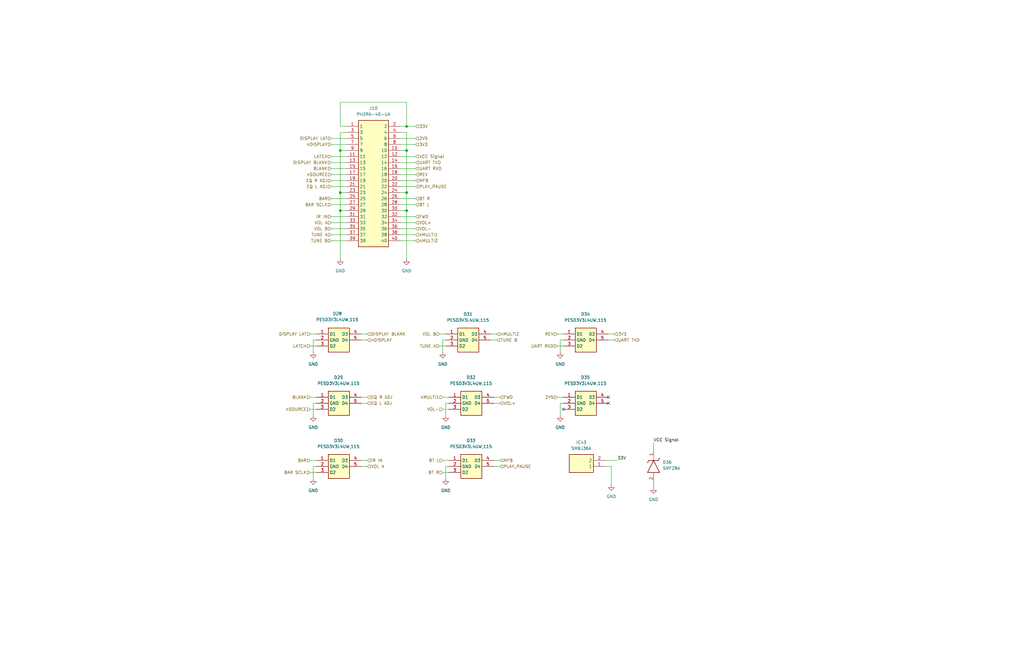
<source format=kicad_sch>
(kicad_sch (version 20231120) (generator "eeschema") (generator_version "8.0")
  (paper "B")
  (lib_symbols
    (symbol "1 Audio Amp:PESD3V3L4UW,115"
      (property "Reference" "D" (at 20.32 5.08 0))
      (property "Value" "PESD3V3L4UW,115" (at 20.32 2.54 0))
      (symbol "PESD3V3L4UW,115_1_1"
        (rectangle (start 11.43 0) (end 20.32 -10.16) (stroke (width 0.254)) (fill (type background)))
        (pin passive line (at 6.35 -2.54 0) (length 5.08) (name "D1") (number "1"))
        (pin passive line (at 6.35 -5.08 0) (length 5.08) (name "GND") (number "2"))
        (pin passive line (at 6.35 -7.62 0) (length 5.08) (name "D2") (number "3"))
        (pin passive line (at 25.4 -2.54 180) (length 5.08) (name "D3") (number "4"))
        (pin passive line (at 25.4 -5.08 180) (length 5.08) (name "D4") (number "5"))
      )
    )
    (symbol "1 Audio Amp:PH2RA-40-UA"
      (property "Reference" "J" (at 19.05 7.62 0))
      (property "Value" "PH2RA-40-UA" (at 19.05 5.08 0))
      (symbol "PH2RA-40-UA_1_1"
        (rectangle (start 5.08 2.54) (end 17.78 -50.8) (stroke (width 0.254)) (fill (type background)))
        (pin passive line (at 0 0 0) (length 5.08) (name "1") (number "1"))
        (pin passive line (at 22.86 -10.16 180) (length 5.08) (name "10") (number "10"))
        (pin passive line (at 0 -12.7 0) (length 5.08) (name "11") (number "11"))
        (pin passive line (at 22.86 -12.7 180) (length 5.08) (name "12") (number "12"))
        (pin passive line (at 0 -15.24 0) (length 5.08) (name "13") (number "13"))
        (pin passive line (at 22.86 -15.24 180) (length 5.08) (name "14") (number "14"))
        (pin passive line (at 0 -17.78 0) (length 5.08) (name "15") (number "15"))
        (pin passive line (at 22.86 -17.78 180) (length 5.08) (name "16") (number "16"))
        (pin passive line (at 0 -20.32 0) (length 5.08) (name "17") (number "17"))
        (pin passive line (at 22.86 -20.32 180) (length 5.08) (name "18") (number "18"))
        (pin passive line (at 0 -22.86 0) (length 5.08) (name "19") (number "19"))
        (pin passive line (at 22.86 0 180) (length 5.08) (name "2") (number "2"))
        (pin passive line (at 22.86 -22.86 180) (length 5.08) (name "20") (number "20"))
        (pin passive line (at 0 -25.4 0) (length 5.08) (name "21") (number "21"))
        (pin passive line (at 22.86 -25.4 180) (length 5.08) (name "22") (number "22"))
        (pin passive line (at 0 -27.94 0) (length 5.08) (name "23") (number "23"))
        (pin passive line (at 22.86 -27.94 180) (length 5.08) (name "24") (number "24"))
        (pin passive line (at 0 -30.48 0) (length 5.08) (name "25") (number "25"))
        (pin passive line (at 22.86 -30.48 180) (length 5.08) (name "26") (number "26"))
        (pin passive line (at 0 -33.02 0) (length 5.08) (name "27") (number "27"))
        (pin passive line (at 22.86 -33.02 180) (length 5.08) (name "28") (number "28"))
        (pin passive line (at 0 -35.56 0) (length 5.08) (name "29") (number "29"))
        (pin passive line (at 0 -2.54 0) (length 5.08) (name "3") (number "3"))
        (pin passive line (at 22.86 -35.56 180) (length 5.08) (name "30") (number "30"))
        (pin passive line (at 0 -38.1 0) (length 5.08) (name "31") (number "31"))
        (pin passive line (at 22.86 -38.1 180) (length 5.08) (name "32") (number "32"))
        (pin passive line (at 0 -40.64 0) (length 5.08) (name "33") (number "33"))
        (pin passive line (at 22.86 -40.64 180) (length 5.08) (name "34") (number "34"))
        (pin passive line (at 0 -43.18 0) (length 5.08) (name "35") (number "35"))
        (pin passive line (at 22.86 -43.18 180) (length 5.08) (name "36") (number "36"))
        (pin passive line (at 0 -45.72 0) (length 5.08) (name "37") (number "37"))
        (pin passive line (at 22.86 -45.72 180) (length 5.08) (name "38") (number "38"))
        (pin passive line (at 0 -48.26 0) (length 5.08) (name "39") (number "39"))
        (pin passive line (at 22.86 -2.54 180) (length 5.08) (name "4") (number "4"))
        (pin passive line (at 22.86 -48.26 180) (length 5.08) (name "40") (number "40"))
        (pin passive line (at 0 -5.08 0) (length 5.08) (name "5") (number "5"))
        (pin passive line (at 22.86 -5.08 180) (length 5.08) (name "6") (number "6"))
        (pin passive line (at 0 -7.62 0) (length 5.08) (name "7") (number "7"))
        (pin passive line (at 22.86 -7.62 180) (length 5.08) (name "8") (number "8"))
        (pin passive line (at 0 -10.16 0) (length 5.08) (name "9") (number "9"))
      )
    )
    (symbol "1 Audio Amp:SMF28A" (pin_names hide)
      (property "Reference" "D" (at 10.16 8.89 0))
      (property "Value" "SMF28A" (at 10.16 6.35 0))
      (symbol "SMF28A_1_1"
        (polyline (pts (xy 4.064 2.54) (xy 5.08 2.032)) (stroke (width 0.254)))
        (polyline (pts (xy 5.08 -2.032) (xy 5.08 2.032)) (stroke (width 0.254)))
        (polyline (pts (xy 5.08 -2.032) (xy 6.096 -2.54)) (stroke (width 0.254)))
        (polyline (pts (xy 5.08 0) (xy 10.16 2.54)) (stroke (width 0.254)))
        (polyline (pts (xy 10.16 -2.54) (xy 5.08 0)) (stroke (width 0.254)))
        (polyline (pts (xy 10.16 -2.54) (xy 10.16 2.54)) (stroke (width 0.254)))
        (pin bidirectional line (at 0 0 0) (length 5.08) (name "K") (number "1"))
        (pin bidirectional line (at 15.24 0 180) (length 5.08) (name "A") (number "2"))
      )
    )
    (symbol "Audio System:SMBJ36A"
      (property "Reference" "IC" (at 16.51 7.62 0))
      (property "Value" "SMBJ36A" (at 16.51 5.08 0))
      (symbol "SMBJ36A_1_1"
        (rectangle (start 5.08 2.54) (end 15.24 -5.08) (stroke (width 0.254)) (fill (type background)))
        (pin passive line (at 0 0 0) (length 5.08) (name "1") (number "1"))
        (pin passive line (at 0 -2.54 0) (length 5.08) (name "2") (number "2"))
      )
    )
    (symbol "power:GND" (power) (pin_names (offset 0))
      (property "Value" "GND" (at 0 -3.81 0))
      (symbol "GND_0_1"
        (polyline (pts (xy 0 0) (xy 0 -1.27) (xy 1.27 -1.27) (xy 0 -2.54) (xy -1.27 -1.27) (xy 0 -1.27)))
      )
      (symbol "GND_1_1"
        (pin power_in line (at 0 0 270) (length 0) hide (name "GND") (number "1"))
      )
    )
  )
  (junction (at 143.51 63.5))
  (junction (at 171.45 81.28))
  (junction (at 143.51 81.28))
  (junction (at 171.45 63.5))
  (junction (at 143.51 88.9))
  (junction (at 171.45 88.9))
  (junction (at 171.45 53.34))
  (no_connect (at 237.49 172.72))
  (no_connect (at 256.54 170.18))
  (no_connect (at 256.54 167.64))
  (wire (pts (xy 132.08 143.51) (xy 132.08 148.59)))
  (wire (pts (xy 168.91 91.44) (xy 175.26 91.44)))
  (wire (pts (xy 146.05 55.88) (xy 143.51 55.88)))
  (wire (pts (xy 146.05 88.9) (xy 143.51 88.9)))
  (wire (pts (xy 143.51 81.28) (xy 143.51 88.9)))
  (wire (pts (xy 185.42 146.05) (xy 187.96 146.05)))
  (wire (pts (xy 139.7 99.06) (xy 146.05 99.06)))
  (wire (pts (xy 130.81 146.05) (xy 133.35 146.05)))
  (wire (pts (xy 168.91 60.96) (xy 175.26 60.96)))
  (wire (pts (xy 143.51 55.88) (xy 143.51 63.5)))
  (wire (pts (xy 168.91 71.12) (xy 175.26 71.12)))
  (wire (pts (xy 139.7 91.44) (xy 146.05 91.44)))
  (wire (pts (xy 132.08 196.85) (xy 132.08 201.93)))
  (wire (pts (xy 139.7 58.42) (xy 146.05 58.42)))
  (wire (pts (xy 168.91 78.74) (xy 175.26 78.74)))
  (wire (pts (xy 256.54 143.51) (xy 259.08 143.51)))
  (wire (pts (xy 168.91 81.28) (xy 171.45 81.28)))
  (wire (pts (xy 237.49 143.51) (xy 236.22 143.51)))
  (wire (pts (xy 130.81 172.72) (xy 133.35 172.72)))
  (wire (pts (xy 171.45 53.34) (xy 175.26 53.34)))
  (wire (pts (xy 275.59 186.69) (xy 275.59 189.23)))
  (wire (pts (xy 139.7 83.82) (xy 146.05 83.82)))
  (wire (pts (xy 255.27 196.85) (xy 257.81 196.85)))
  (wire (pts (xy 152.4 194.31) (xy 154.94 194.31)))
  (wire (pts (xy 168.91 93.98) (xy 175.26 93.98)))
  (wire (pts (xy 186.69 143.51) (xy 186.69 148.59)))
  (wire (pts (xy 234.95 167.64) (xy 237.49 167.64)))
  (wire (pts (xy 237.49 170.18) (xy 236.22 170.18)))
  (wire (pts (xy 186.69 199.39) (xy 189.23 199.39)))
  (wire (pts (xy 189.23 196.85) (xy 187.96 196.85)))
  (wire (pts (xy 130.81 140.97) (xy 133.35 140.97)))
  (wire (pts (xy 168.91 96.52) (xy 175.26 96.52)))
  (wire (pts (xy 168.91 55.88) (xy 171.45 55.88)))
  (wire (pts (xy 139.7 60.96) (xy 146.05 60.96)))
  (wire (pts (xy 139.7 71.12) (xy 146.05 71.12)))
  (wire (pts (xy 168.91 58.42) (xy 175.26 58.42)))
  (wire (pts (xy 143.51 88.9) (xy 143.51 109.22)))
  (wire (pts (xy 130.81 199.39) (xy 133.35 199.39)))
  (wire (pts (xy 168.91 73.66) (xy 175.26 73.66)))
  (wire (pts (xy 255.27 194.31) (xy 260.35 194.31)))
  (wire (pts (xy 171.45 55.88) (xy 171.45 63.5)))
  (wire (pts (xy 234.95 146.05) (xy 237.49 146.05)))
  (wire (pts (xy 143.51 53.34) (xy 146.05 53.34)))
  (wire (pts (xy 171.45 43.18) (xy 171.45 53.34)))
  (wire (pts (xy 130.81 167.64) (xy 133.35 167.64)))
  (wire (pts (xy 168.91 76.2) (xy 175.26 76.2)))
  (wire (pts (xy 168.91 88.9) (xy 171.45 88.9)))
  (wire (pts (xy 139.7 86.36) (xy 146.05 86.36)))
  (wire (pts (xy 168.91 63.5) (xy 171.45 63.5)))
  (wire (pts (xy 143.51 53.34) (xy 143.51 43.18)))
  (wire (pts (xy 208.28 170.18) (xy 210.82 170.18)))
  (wire (pts (xy 208.28 196.85) (xy 210.82 196.85)))
  (wire (pts (xy 133.35 170.18) (xy 132.08 170.18)))
  (wire (pts (xy 130.81 194.31) (xy 133.35 194.31)))
  (wire (pts (xy 207.01 143.51) (xy 209.55 143.51)))
  (wire (pts (xy 132.08 170.18) (xy 132.08 175.26)))
  (wire (pts (xy 208.28 194.31) (xy 210.82 194.31)))
  (wire (pts (xy 152.4 170.18) (xy 154.94 170.18)))
  (wire (pts (xy 208.28 167.64) (xy 210.82 167.64)))
  (wire (pts (xy 168.91 99.06) (xy 175.26 99.06)))
  (wire (pts (xy 168.91 83.82) (xy 175.26 83.82)))
  (wire (pts (xy 146.05 81.28) (xy 143.51 81.28)))
  (wire (pts (xy 139.7 78.74) (xy 146.05 78.74)))
  (wire (pts (xy 187.96 170.18) (xy 187.96 175.26)))
  (wire (pts (xy 139.7 96.52) (xy 146.05 96.52)))
  (wire (pts (xy 168.91 101.6) (xy 175.26 101.6)))
  (wire (pts (xy 146.05 63.5) (xy 143.51 63.5)))
  (wire (pts (xy 143.51 43.18) (xy 171.45 43.18)))
  (wire (pts (xy 171.45 88.9) (xy 171.45 109.22)))
  (wire (pts (xy 152.4 196.85) (xy 154.94 196.85)))
  (wire (pts (xy 189.23 170.18) (xy 187.96 170.18)))
  (wire (pts (xy 236.22 143.51) (xy 236.22 148.59)))
  (wire (pts (xy 186.69 167.64) (xy 189.23 167.64)))
  (wire (pts (xy 168.91 86.36) (xy 175.26 86.36)))
  (wire (pts (xy 171.45 81.28) (xy 171.45 88.9)))
  (wire (pts (xy 207.01 140.97) (xy 209.55 140.97)))
  (wire (pts (xy 152.4 140.97) (xy 154.94 140.97)))
  (wire (pts (xy 185.42 140.97) (xy 187.96 140.97)))
  (wire (pts (xy 187.96 196.85) (xy 187.96 201.93)))
  (wire (pts (xy 168.91 53.34) (xy 171.45 53.34)))
  (wire (pts (xy 139.7 68.58) (xy 146.05 68.58)))
  (wire (pts (xy 186.69 172.72) (xy 189.23 172.72)))
  (wire (pts (xy 186.69 194.31) (xy 189.23 194.31)))
  (wire (pts (xy 236.22 170.18) (xy 236.22 175.26)))
  (wire (pts (xy 139.7 76.2) (xy 146.05 76.2)))
  (wire (pts (xy 257.81 196.85) (xy 257.81 204.47)))
  (wire (pts (xy 139.7 73.66) (xy 146.05 73.66)))
  (wire (pts (xy 139.7 66.04) (xy 146.05 66.04)))
  (wire (pts (xy 187.96 143.51) (xy 186.69 143.51)))
  (wire (pts (xy 171.45 63.5) (xy 171.45 81.28)))
  (wire (pts (xy 133.35 143.51) (xy 132.08 143.51)))
  (wire (pts (xy 168.91 68.58) (xy 175.26 68.58)))
  (wire (pts (xy 168.91 66.04) (xy 175.26 66.04)))
  (wire (pts (xy 143.51 63.5) (xy 143.51 81.28)))
  (wire (pts (xy 152.4 167.64) (xy 154.94 167.64)))
  (wire (pts (xy 133.35 196.85) (xy 132.08 196.85)))
  (wire (pts (xy 139.7 101.6) (xy 146.05 101.6)))
  (wire (pts (xy 152.4 143.51) (xy 154.94 143.51)))
  (wire (pts (xy 234.95 140.97) (xy 237.49 140.97)))
  (wire (pts (xy 256.54 140.97) (xy 259.08 140.97)))
  (wire (pts (xy 275.59 204.47) (xy 275.59 205.74)))
  (wire (pts (xy 139.7 93.98) (xy 146.05 93.98)))
  (label "VCC Signal" (at 275.59 186.69 0))
  (label "33V" (at 260.35 194.31 0))
  (hierarchical_label "UART TXD" (shape input) (at 259.08 143.51 0))
  (hierarchical_label "FWD" (shape input) (at 210.82 167.64 0))
  (hierarchical_label "MFB" (shape input) (at 210.82 194.31 0))
  (hierarchical_label "DISPLAY LAT" (shape input) (at 139.7 58.42 180))
  (hierarchical_label "nSOURCE" (shape input) (at 130.81 172.72 180))
  (hierarchical_label "PLAY_PAUSE" (shape input) (at 210.82 196.85 0))
  (hierarchical_label "BLANK" (shape input) (at 130.81 167.64 180))
  (hierarchical_label "VOL+" (shape input) (at 175.26 93.98 0))
  (hierarchical_label "BAR" (shape input) (at 139.7 83.82 180))
  (hierarchical_label "IR IN" (shape input) (at 139.7 91.44 180))
  (hierarchical_label "VOL-" (shape input) (at 175.26 96.52 0))
  (hierarchical_label "EQ L ADJ" (shape input) (at 154.94 170.18 0))
  (hierarchical_label "DISPLAY BLANK" (shape input) (at 154.94 140.97 0))
  (hierarchical_label "nMULTI2" (shape input) (at 175.26 101.6 0))
  (hierarchical_label "DISPLAY LAT" (shape input) (at 130.81 140.97 180))
  (hierarchical_label "BT L" (shape input) (at 186.69 194.31 180))
  (hierarchical_label "2V5" (shape input) (at 175.26 58.42 0))
  (hierarchical_label "UART RXD" (shape input) (at 234.95 146.05 180))
  (hierarchical_label "BT L" (shape input) (at 175.26 86.36 0))
  (hierarchical_label "BLANK" (shape input) (at 139.7 71.12 180))
  (hierarchical_label "nMULTI1" (shape input) (at 175.26 99.06 0))
  (hierarchical_label "BAR SCLK" (shape input) (at 130.81 199.39 180))
  (hierarchical_label "VOL B" (shape input) (at 139.7 96.52 180))
  (hierarchical_label "nMULTI1" (shape input) (at 186.69 167.64 180))
  (hierarchical_label "UART TXD" (shape input) (at 175.26 68.58 0))
  (hierarchical_label "BT R" (shape input) (at 175.26 83.82 0))
  (hierarchical_label "nSOURCE" (shape input) (at 139.7 73.66 180))
  (hierarchical_label "EQ L ADJ" (shape input) (at 139.7 78.74 180))
  (hierarchical_label "BT R" (shape input) (at 186.69 199.39 180))
  (hierarchical_label "BAR SCLK" (shape input) (at 139.7 86.36 180))
  (hierarchical_label "VOL A" (shape input) (at 154.94 196.85 0))
  (hierarchical_label "VCC Signal" (shape input) (at 175.26 66.04 0))
  (hierarchical_label "nMULTI2" (shape input) (at 209.55 140.97 0))
  (hierarchical_label "TUNE A" (shape input) (at 139.7 99.06 180))
  (hierarchical_label "VOL A" (shape input) (at 139.7 93.98 180))
  (hierarchical_label "33V" (shape input) (at 175.26 53.34 0))
  (hierarchical_label "IR IN" (shape input) (at 154.94 194.31 0))
  (hierarchical_label "EQ R ADJ" (shape input) (at 154.94 167.64 0))
  (hierarchical_label "nDISPLAY" (shape input) (at 139.7 60.96 180))
  (hierarchical_label "MFB" (shape input) (at 175.26 76.2 0))
  (hierarchical_label "LATCH" (shape input) (at 130.81 146.05 180))
  (hierarchical_label "PLAY_PAUSE" (shape input) (at 175.26 78.74 0))
  (hierarchical_label "3V3" (shape input) (at 175.26 60.96 0))
  (hierarchical_label "nDISPLAY" (shape input) (at 154.94 143.51 0))
  (hierarchical_label "TUNE A" (shape input) (at 185.42 146.05 180))
  (hierarchical_label "FWD" (shape input) (at 175.26 91.44 0))
  (hierarchical_label "VOL-" (shape input) (at 186.69 172.72 180))
  (hierarchical_label "3V3" (shape input) (at 259.08 140.97 0))
  (hierarchical_label "BAR" (shape input) (at 130.81 194.31 180))
  (hierarchical_label "VOL+" (shape input) (at 210.82 170.18 0))
  (hierarchical_label "REV" (shape input) (at 175.26 73.66 0))
  (hierarchical_label "DISPLAY BLANK" (shape input) (at 139.7 68.58 180))
  (hierarchical_label "LATCH" (shape input) (at 139.7 66.04 180))
  (hierarchical_label "REV" (shape input) (at 234.95 140.97 180))
  (hierarchical_label "EQ R ADJ" (shape input) (at 139.7 76.2 180))
  (hierarchical_label "VOL B" (shape input) (at 185.42 140.97 180))
  (hierarchical_label "TUNE B" (shape input) (at 139.7 101.6 180))
  (hierarchical_label "UART RXD" (shape input) (at 175.26 71.12 0))
  (hierarchical_label "2V5" (shape input) (at 234.95 167.64 180))
  (hierarchical_label "TUNE B" (shape input) (at 209.55 143.51 0))
  (symbol (lib_id "power:GND") (at 236.22 175.26 0) (mirror y) (unit 1)
    (property "Reference" "#PWR0253" (effects (hide yes)))
    (property "Value" "GND" (at 236.22 180.34 0))
  )
  (symbol (lib_id "power:GND") (at 275.59 205.74 0) (mirror y) (unit 1)
    (property "Reference" "#PWR0255" (effects (hide yes)))
    (property "Value" "GND" (at 275.59 210.82 0))
  )
  (symbol (lib_id "power:GND") (at 186.69 148.59 0) (mirror y) (unit 1)
    (property "Reference" "#PWR0249" (effects (hide yes)))
    (property "Value" "GND" (at 186.69 153.67 0))
  )
  (symbol (lib_id "1 Audio Amp:PESD3V3L4UW,115") (at 127 165.1 0) (unit 1)
    (property "Reference" "D29" (at 142.748 159.258 0))
    (property "Value" "PESD3V3L4UW,115" (at 142.748 161.798 0))
    (property "Footprint" "PESD3V3L4UW115" (effects (hide yes)))
    (property "Datasheet" "https://assets.nexperia.com/documents/data-sheet/PESDXL4UF_G_W.pdf" (effects (hide yes)))
    (property "Description" "PESDxL4UF; PESDxL4UG; PESDxL4UW - Low capacitance unidirectional quadruple ESD protection diode arrays" (effects (hide yes)))
    (property "Height" "0.6" (effects (hide yes)))
    (property "Manufacturer_Name" "Nexperia" (effects (hide yes)))
    (property "Manufacturer_Part_Number" "PESD3V3L4UW,115" (effects (hide yes)))
    (property "Mouser Part Number" "771-PESD3V3L4UW115" (effects (hide yes)))
    (property "Mouser Price/Stock" "https://www.mouser.co.uk/ProductDetail/Nexperia/PESD3V3L4UW115?qs=LOCUfHb8d9sjRNCyRYeD0Q%3D%3D" (effects (hide yes)))
    (property "Arrow Part Number" "PESD3V3L4UW,115" (effects (hide yes)))
    (property "Arrow Price/Stock" "https://www.arrow.com/en/products/pesd3v3l4uw115/nexperia?region=europe" (effects (hide yes)))
  )
  (symbol (lib_id "power:GND") (at 257.81 204.47 0) (mirror y) (unit 1)
    (property "Reference" "#PWR0254" (effects (hide yes)))
    (property "Value" "GND" (at 257.81 209.55 0))
  )
  (symbol (lib_id "1 Audio Amp:PESD3V3L4UW,115") (at 182.88 191.77 0) (unit 1)
    (property "Reference" "D33" (at 198.628 185.928 0))
    (property "Value" "PESD3V3L4UW,115" (at 198.628 188.468 0))
    (property "Footprint" "PESD3V3L4UW115" (effects (hide yes)))
    (property "Datasheet" "https://assets.nexperia.com/documents/data-sheet/PESDXL4UF_G_W.pdf" (effects (hide yes)))
    (property "Description" "PESDxL4UF; PESDxL4UG; PESDxL4UW - Low capacitance unidirectional quadruple ESD protection diode arrays" (effects (hide yes)))
    (property "Height" "0.6" (effects (hide yes)))
    (property "Manufacturer_Name" "Nexperia" (effects (hide yes)))
    (property "Manufacturer_Part_Number" "PESD3V3L4UW,115" (effects (hide yes)))
    (property "Mouser Part Number" "771-PESD3V3L4UW115" (effects (hide yes)))
    (property "Mouser Price/Stock" "https://www.mouser.co.uk/ProductDetail/Nexperia/PESD3V3L4UW115?qs=LOCUfHb8d9sjRNCyRYeD0Q%3D%3D" (effects (hide yes)))
    (property "Arrow Part Number" "PESD3V3L4UW,115" (effects (hide yes)))
    (property "Arrow Price/Stock" "https://www.arrow.com/en/products/pesd3v3l4uw115/nexperia?region=europe" (effects (hide yes)))
  )
  (symbol (lib_id "1 Audio Amp:PESD3V3L4UW,115") (at 231.14 138.43 0) (unit 1)
    (property "Reference" "D34" (at 246.888 132.588 0))
    (property "Value" "PESD3V3L4UW,115" (at 246.888 135.128 0))
    (property "Footprint" "PESD3V3L4UW115" (effects (hide yes)))
    (property "Datasheet" "https://assets.nexperia.com/documents/data-sheet/PESDXL4UF_G_W.pdf" (effects (hide yes)))
    (property "Description" "PESDxL4UF; PESDxL4UG; PESDxL4UW - Low capacitance unidirectional quadruple ESD protection diode arrays" (effects (hide yes)))
    (property "Height" "0.6" (effects (hide yes)))
    (property "Manufacturer_Name" "Nexperia" (effects (hide yes)))
    (property "Manufacturer_Part_Number" "PESD3V3L4UW,115" (effects (hide yes)))
    (property "Mouser Part Number" "771-PESD3V3L4UW115" (effects (hide yes)))
    (property "Mouser Price/Stock" "https://www.mouser.co.uk/ProductDetail/Nexperia/PESD3V3L4UW115?qs=LOCUfHb8d9sjRNCyRYeD0Q%3D%3D" (effects (hide yes)))
    (property "Arrow Part Number" "PESD3V3L4UW,115" (effects (hide yes)))
    (property "Arrow Price/Stock" "https://www.arrow.com/en/products/pesd3v3l4uw115/nexperia?region=europe" (effects (hide yes)))
  )
  (symbol (lib_id "power:GND") (at 132.08 175.26 0) (mirror y) (unit 1)
    (property "Reference" "#PWR0245" (effects (hide yes)))
    (property "Value" "GND" (at 132.08 180.34 0))
  )
  (symbol (lib_id "power:GND") (at 171.45 109.22 0) (mirror y) (unit 1)
    (property "Reference" "#PWR0248" (effects (hide yes)))
    (property "Value" "GND" (at 171.45 114.3 0))
  )
  (symbol (lib_id "1 Audio Amp:PESD3V3L4UW,115") (at 181.61 138.43 0) (unit 1)
    (property "Reference" "D31" (at 197.358 132.588 0))
    (property "Value" "PESD3V3L4UW,115" (at 197.358 135.128 0))
    (property "Footprint" "PESD3V3L4UW115" (effects (hide yes)))
    (property "Datasheet" "https://assets.nexperia.com/documents/data-sheet/PESDXL4UF_G_W.pdf" (effects (hide yes)))
    (property "Description" "PESDxL4UF; PESDxL4UG; PESDxL4UW - Low capacitance unidirectional quadruple ESD protection diode arrays" (effects (hide yes)))
    (property "Height" "0.6" (effects (hide yes)))
    (property "Manufacturer_Name" "Nexperia" (effects (hide yes)))
    (property "Manufacturer_Part_Number" "PESD3V3L4UW,115" (effects (hide yes)))
    (property "Mouser Part Number" "771-PESD3V3L4UW115" (effects (hide yes)))
    (property "Mouser Price/Stock" "https://www.mouser.co.uk/ProductDetail/Nexperia/PESD3V3L4UW115?qs=LOCUfHb8d9sjRNCyRYeD0Q%3D%3D" (effects (hide yes)))
    (property "Arrow Part Number" "PESD3V3L4UW,115" (effects (hide yes)))
    (property "Arrow Price/Stock" "https://www.arrow.com/en/products/pesd3v3l4uw115/nexperia?region=europe" (effects (hide yes)))
  )
  (symbol (lib_id "1 Audio Amp:PESD3V3L4UW,115") (at 182.88 165.1 0) (unit 1)
    (property "Reference" "D32" (at 198.628 159.258 0))
    (property "Value" "PESD3V3L4UW,115" (at 198.628 161.798 0))
    (property "Footprint" "PESD3V3L4UW115" (effects (hide yes)))
    (property "Datasheet" "https://assets.nexperia.com/documents/data-sheet/PESDXL4UF_G_W.pdf" (effects (hide yes)))
    (property "Description" "PESDxL4UF; PESDxL4UG; PESDxL4UW - Low capacitance unidirectional quadruple ESD protection diode arrays" (effects (hide yes)))
    (property "Height" "0.6" (effects (hide yes)))
    (property "Manufacturer_Name" "Nexperia" (effects (hide yes)))
    (property "Manufacturer_Part_Number" "PESD3V3L4UW,115" (effects (hide yes)))
    (property "Mouser Part Number" "771-PESD3V3L4UW115" (effects (hide yes)))
    (property "Mouser Price/Stock" "https://www.mouser.co.uk/ProductDetail/Nexperia/PESD3V3L4UW115?qs=LOCUfHb8d9sjRNCyRYeD0Q%3D%3D" (effects (hide yes)))
    (property "Arrow Part Number" "PESD3V3L4UW,115" (effects (hide yes)))
    (property "Arrow Price/Stock" "https://www.arrow.com/en/products/pesd3v3l4uw115/nexperia?region=europe" (effects (hide yes)))
  )
  (symbol (lib_id "1 Audio Amp:PESD3V3L4UW,115") (at 127 191.77 0) (unit 1)
    (property "Reference" "D30" (at 142.748 185.928 0))
    (property "Value" "PESD3V3L4UW,115" (at 142.748 188.468 0))
    (property "Footprint" "PESD3V3L4UW115" (effects (hide yes)))
    (property "Datasheet" "https://assets.nexperia.com/documents/data-sheet/PESDXL4UF_G_W.pdf" (effects (hide yes)))
    (property "Description" "PESDxL4UF; PESDxL4UG; PESDxL4UW - Low capacitance unidirectional quadruple ESD protection diode arrays" (effects (hide yes)))
    (property "Height" "0.6" (effects (hide yes)))
    (property "Manufacturer_Name" "Nexperia" (effects (hide yes)))
    (property "Manufacturer_Part_Number" "PESD3V3L4UW,115" (effects (hide yes)))
    (property "Mouser Part Number" "771-PESD3V3L4UW115" (effects (hide yes)))
    (property "Mouser Price/Stock" "https://www.mouser.co.uk/ProductDetail/Nexperia/PESD3V3L4UW115?qs=LOCUfHb8d9sjRNCyRYeD0Q%3D%3D" (effects (hide yes)))
    (property "Arrow Part Number" "PESD3V3L4UW,115" (effects (hide yes)))
    (property "Arrow Price/Stock" "https://www.arrow.com/en/products/pesd3v3l4uw115/nexperia?region=europe" (effects (hide yes)))
  )
  (symbol (lib_id "Audio System:SMBJ36A") (at 255.27 196.85 180) (unit 1)
    (property "Reference" "IC43" (at 245.11 186.69 0))
    (property "Value" "SMBJ36A" (at 245.11 189.23 0))
    (property "Footprint" "SMBJ36A" (effects (hide yes)))
    (property "Datasheet" "https://datasheet.datasheetarchive.com/originals/distributors/Datasheets_SAMA/0500f9b2f473b6dccef01729b487fb9b.pdf" (effects (hide yes)))
    (property "Height" "2" (effects (hide yes)))
    (property "Manufacturer_Name" "onsemi" (effects (hide yes)))
    (property "Manufacturer_Part_Number" "SMBJ36A" (effects (hide yes)))
    (property "Mouser Part Number" "512-SMBJ36A" (effects (hide yes)))
    (property "Mouser Price/Stock" "https://www.mouser.co.uk/ProductDetail/onsemi-Fairchild/SMBJ36A?qs=HxNY1oXTrTRMgWSOCenZ%252BQ%3D%3D" (effects (hide yes)))
    (property "Arrow Part Number" "SMBJ36A" (effects (hide yes)))
    (property "Arrow Price/Stock" "https://www.arrow.com/en/products/smbj36a/on-semiconductor" (effects (hide yes)))
  )
  (symbol (lib_id "1 Audio Amp:SMF28A") (at 275.59 189.23 270) (unit 1)
    (property "Reference" "D36" (at 279.4 195.0719 90) (effects (justify left)))
    (property "Value" "SMF28A" (at 279.4 197.6119 90) (effects (justify left)))
    (property "Footprint" "SODFL3618X110N" (effects (hide yes)))
    (property "Datasheet" "https://componentsearchengine.com/Datasheets/2/SMF28A.pdf" (effects (hide yes)))
    (property "Description" "LITTELFUSE - SMF28A - TVS DIODE, 200W, 28V, UNIDIR, SOD-123FL" (effects (hide yes)))
    (property "Height" "1.1" (effects (hide yes)))
    (property "Manufacturer_Name" "LITTELFUSE" (effects (hide yes)))
    (property "Manufacturer_Part_Number" "SMF28A" (effects (hide yes)))
    (property "Mouser Part Number" "576-SMF28A" (effects (hide yes)))
    (property "Mouser Price/Stock" "https://www.mouser.co.uk/ProductDetail/Littelfuse/SMF28A?qs=IP%252BaFeBnnapP9eY1etvX8Q%3D%3D" (effects (hide yes)))
    (property "Arrow Part Number" "SMF28A" (effects (hide yes)))
    (property "Arrow Price/Stock" "https://www.arrow.com/en/products/smf28a/littelfuse?region=nac" (effects (hide yes)))
  )
  (symbol (lib_id "power:GND") (at 132.08 201.93 0) (mirror y) (unit 1)
    (property "Reference" "#PWR0246" (effects (hide yes)))
    (property "Value" "GND" (at 132.08 207.01 0))
  )
  (symbol (lib_id "power:GND") (at 132.08 148.59 0) (mirror y) (unit 1)
    (property "Reference" "#PWR0244" (effects (hide yes)))
    (property "Value" "GND" (at 132.08 153.67 0))
  )
  (symbol (lib_id "1 Audio Amp:PESD3V3L4UW,115") (at 231.14 165.1 0) (unit 1)
    (property "Reference" "D35" (at 246.888 159.258 0))
    (property "Value" "PESD3V3L4UW,115" (at 246.888 161.798 0))
    (property "Footprint" "PESD3V3L4UW115" (effects (hide yes)))
    (property "Datasheet" "https://assets.nexperia.com/documents/data-sheet/PESDXL4UF_G_W.pdf" (effects (hide yes)))
    (property "Description" "PESDxL4UF; PESDxL4UG; PESDxL4UW - Low capacitance unidirectional quadruple ESD protection diode arrays" (effects (hide yes)))
    (property "Height" "0.6" (effects (hide yes)))
    (property "Manufacturer_Name" "Nexperia" (effects (hide yes)))
    (property "Manufacturer_Part_Number" "PESD3V3L4UW,115" (effects (hide yes)))
    (property "Mouser Part Number" "771-PESD3V3L4UW115" (effects (hide yes)))
    (property "Mouser Price/Stock" "https://www.mouser.co.uk/ProductDetail/Nexperia/PESD3V3L4UW115?qs=LOCUfHb8d9sjRNCyRYeD0Q%3D%3D" (effects (hide yes)))
    (property "Arrow Part Number" "PESD3V3L4UW,115" (effects (hide yes)))
    (property "Arrow Price/Stock" "https://www.arrow.com/en/products/pesd3v3l4uw115/nexperia?region=europe" (effects (hide yes)))
  )
  (symbol (lib_id "power:GND") (at 187.96 201.93 0) (mirror y) (unit 1)
    (property "Reference" "#PWR0251" (effects (hide yes)))
    (property "Value" "GND" (at 187.96 207.01 0))
  )
  (symbol (lib_id "power:GND") (at 236.22 148.59 0) (mirror y) (unit 1)
    (property "Reference" "#PWR0252" (effects (hide yes)))
    (property "Value" "GND" (at 236.22 153.67 0))
  )
  (symbol (lib_id "1 Audio Amp:PESD3V3L4UW,115") (at 127 138.43 0) (unit 1)
    (property "Reference" "D28" (at 142.24 132.334 0))
    (property "Value" "PESD3V3L4UW,115" (at 142.24 134.874 0))
    (property "Footprint" "PESD3V3L4UW115" (effects (hide yes)))
    (property "Datasheet" "https://assets.nexperia.com/documents/data-sheet/PESDXL4UF_G_W.pdf" (effects (hide yes)))
    (property "Description" "PESDxL4UF; PESDxL4UG; PESDxL4UW - Low capacitance unidirectional quadruple ESD protection diode arrays" (effects (hide yes)))
    (property "Height" "0.6" (effects (hide yes)))
    (property "Manufacturer_Name" "Nexperia" (effects (hide yes)))
    (property "Manufacturer_Part_Number" "PESD3V3L4UW,115" (effects (hide yes)))
    (property "Mouser Part Number" "771-PESD3V3L4UW115" (effects (hide yes)))
    (property "Mouser Price/Stock" "https://www.mouser.co.uk/ProductDetail/Nexperia/PESD3V3L4UW115?qs=LOCUfHb8d9sjRNCyRYeD0Q%3D%3D" (effects (hide yes)))
    (property "Arrow Part Number" "PESD3V3L4UW,115" (effects (hide yes)))
    (property "Arrow Price/Stock" "https://www.arrow.com/en/products/pesd3v3l4uw115/nexperia?region=europe" (effects (hide yes)))
  )
  (symbol (lib_id "1 Audio Amp:PH2RA-40-UA") (at 146.05 53.34 0) (unit 1)
    (property "Reference" "J10" (at 157.48 45.72 0))
    (property "Value" "PH2RA-40-UA" (at 157.48 48.26 0))
    (property "Footprint" "HDRRA40W64P254_2X20_5080X250X500P" (effects (hide yes)))
    (property "Datasheet" "https://app.adam-tech.com/products/download/data_sheet/200508/ph2ra-xx-ua-data-sheet.pdf" (effects (hide yes)))
    (property "Description" "Connector Header Through Hole, Right Angle 40 position 0.100\" (2.54mm)" (effects (hide yes)))
    (property "Height" "5" (effects (hide yes)))
    (property "Manufacturer_Name" "Adam Tech" (effects (hide yes)))
    (property "Manufacturer_Part_Number" "PH2RA-40-UA" (effects (hide yes)))
    (property "Mouser Part Number" "737-PH2RA-40-UA" (effects (hide yes)))
    (property "Mouser Price/Stock" "https://www.mouser.co.uk/ProductDetail/Adam-Tech/PH2RA-40-UA?qs=HoCaDK9Nz5efc%252BNyH2K8lg%3D%3D" (effects (hide yes)))
  )
  (symbol (lib_id "power:GND") (at 187.96 175.26 0) (mirror y) (unit 1)
    (property "Reference" "#PWR0250" (effects (hide yes)))
    (property "Value" "GND" (at 187.96 180.34 0))
  )
  (symbol (lib_id "power:GND") (at 143.51 109.22 0) (mirror y) (unit 1)
    (property "Reference" "#PWR0247" (effects (hide yes)))
    (property "Value" "GND" (at 143.51 114.3 0))
  )
)
</source>
